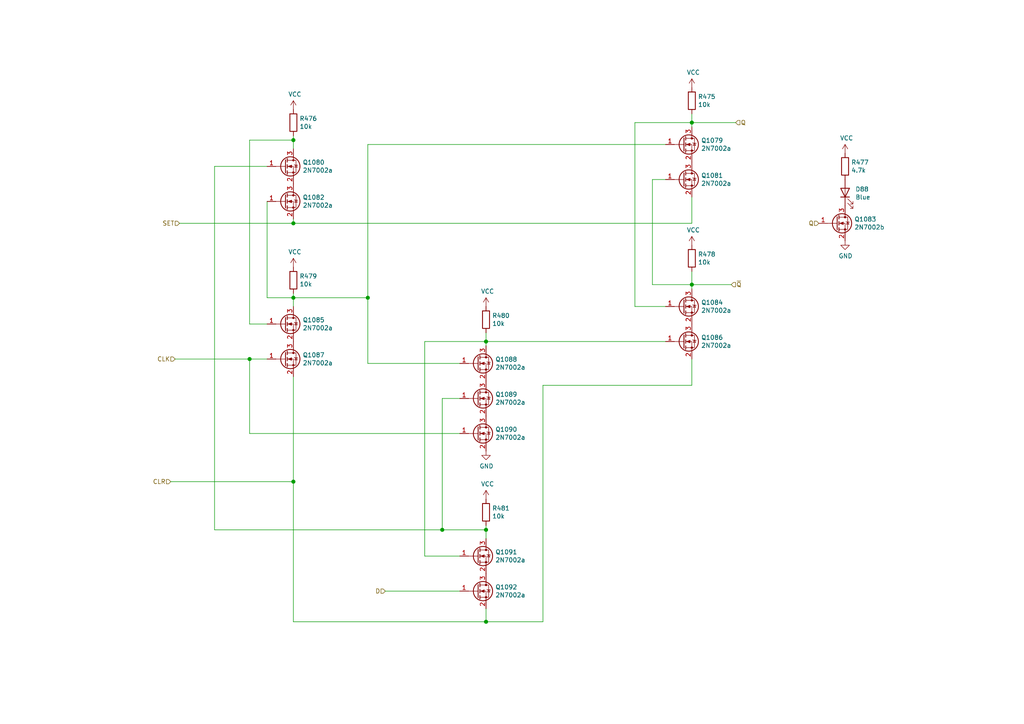
<source format=kicad_sch>
(kicad_sch (version 20210126) (generator eeschema)
  (paper "A4")
  (title_block (title "D Flip Flop") (date "2021-02-05") (rev "1") (company "joewing.net"))
  (lib_symbols
    (symbol "Device:LED" (pin_numbers hide) (pin_names (offset 1.016) hide)
      (property "Reference" "D" (at 0 2.54 0))
      (property "Value" "LED" (at 0 -2.54 0))
      (symbol "LED_0_1"
        (polyline (pts (xy -1.27 -1.27) (xy -1.27 1.27)) (stroke (width 0.254)))
        (polyline (pts (xy -1.27 0) (xy 1.27 0)))
        (polyline (pts (xy 1.27 -1.27) (xy 1.27 1.27) (xy -1.27 0) (xy 1.27 -1.27)) (stroke (width 0.254)))
        (polyline (pts (xy -3.048 -0.762) (xy -4.572 -2.286) (xy -3.81 -2.286) (xy -4.572 -2.286) (xy -4.572 -1.524)))
        (polyline (pts (xy -1.778 -0.762) (xy -3.302 -2.286) (xy -2.54 -2.286) (xy -3.302 -2.286) (xy -3.302 -1.524)))
      )
      (symbol "LED_1_1"
        (pin passive line (at -3.81 0 0) (length 2.54) (name "K") (number "1"))
        (pin passive line (at 3.81 0 180) (length 2.54) (name "A") (number "2"))
      )
    )
    (symbol "Device:R" (pin_numbers hide) (pin_names (offset 0))
      (property "Reference" "R" (at 2.032 0 90))
      (property "Value" "R" (at 0 0 90))
      (symbol "R_0_1"
        (rectangle (start -1.016 -2.54) (end 1.016 2.54) (stroke (width 0.254)))
      )
      (symbol "R_1_1"
        (pin passive line (at 0 3.81 270) (length 1.27) (name "~") (number "1"))
        (pin passive line (at 0 -3.81 90) (length 1.27) (name "~") (number "2"))
      )
    )
    (symbol "Transistor_FET:2N7002" (pin_names hide)
      (property "Reference" "Q" (at 5.08 1.905 0))
      (property "Value" "2N7002" (at 5.08 0 0))
      (symbol "2N7002_0_1"
        (circle (center 1.651 0) (radius 2.794) (stroke (width 0.254)))
        (circle (center 2.54 -1.778) (radius 0.254) (fill (type outline)))
        (circle (center 2.54 1.778) (radius 0.254) (fill (type outline)))
        (polyline (pts (xy 0.254 0) (xy -2.54 0)))
        (polyline (pts (xy 0.254 1.905) (xy 0.254 -1.905)) (stroke (width 0.254)))
        (polyline (pts (xy 0.762 -1.27) (xy 0.762 -2.286)) (stroke (width 0.254)))
        (polyline (pts (xy 0.762 0.508) (xy 0.762 -0.508)) (stroke (width 0.254)))
        (polyline (pts (xy 0.762 2.286) (xy 0.762 1.27)) (stroke (width 0.254)))
        (polyline (pts (xy 2.54 2.54) (xy 2.54 1.778)))
        (polyline (pts (xy 2.54 -2.54) (xy 2.54 0) (xy 0.762 0)))
        (polyline (pts (xy 0.762 -1.778) (xy 3.302 -1.778) (xy 3.302 1.778) (xy 0.762 1.778)))
        (polyline (pts (xy 1.016 0) (xy 2.032 0.381) (xy 2.032 -0.381) (xy 1.016 0)) (fill (type outline)))
        (polyline (pts (xy 2.794 0.508) (xy 2.921 0.381) (xy 3.683 0.381) (xy 3.81 0.254)))
        (polyline (pts (xy 3.302 0.381) (xy 2.921 -0.254) (xy 3.683 -0.254) (xy 3.302 0.381)))
      )
      (symbol "2N7002_1_1"
        (pin input line (at -5.08 0 0) (length 2.54) (name "G") (number "1"))
        (pin passive line (at 2.54 -5.08 90) (length 2.54) (name "S") (number "2"))
        (pin passive line (at 2.54 5.08 270) (length 2.54) (name "D") (number "3"))
      )
    )
    (symbol "power:GND" (power) (pin_names (offset 0))
      (property "Value" "GND" (at 0 -3.81 0))
      (symbol "GND_0_1"
        (polyline (pts (xy 0 0) (xy 0 -1.27) (xy 1.27 -1.27) (xy 0 -2.54) (xy -1.27 -1.27) (xy 0 -1.27)))
      )
      (symbol "GND_1_1"
        (pin power_in line (at 0 0 270) (length 0) hide (name "GND") (number "1"))
      )
    )
    (symbol "power:VCC" (power) (pin_names (offset 0))
      (property "Value" "VCC" (at 0 3.81 0))
      (symbol "VCC_0_1"
        (polyline (pts (xy -0.762 1.27) (xy 0 2.54)))
        (polyline (pts (xy 0 0) (xy 0 2.54)))
        (polyline (pts (xy 0 2.54) (xy 0.762 1.27)))
      )
      (symbol "VCC_1_1"
        (pin power_in line (at 0 0 90) (length 0) hide (name "VCC") (number "1"))
      )
    )
  )
  (junction (at 72.39 104.14) (diameter 1.016))
  (junction (at 85.09 40.64) (diameter 1.016))
  (junction (at 85.09 64.77) (diameter 1.016))
  (junction (at 85.09 86.36) (diameter 1.016))
  (junction (at 85.09 139.7) (diameter 1.016))
  (junction (at 106.68 86.36) (diameter 1.016))
  (junction (at 128.27 153.67) (diameter 1.016))
  (junction (at 140.97 99.06) (diameter 1.016))
  (junction (at 140.97 153.67) (diameter 1.016))
  (junction (at 140.97 180.34) (diameter 1.016))
  (junction (at 200.66 35.56) (diameter 1.016))
  (junction (at 200.66 82.55) (diameter 1.016))
  (wire (pts (xy 49.53 139.7) (xy 85.09 139.7)))
  (wire (pts (xy 50.8 104.14) (xy 72.39 104.14)))
  (wire (pts (xy 52.07 64.77) (xy 85.09 64.77)))
  (wire (pts (xy 62.23 48.26) (xy 62.23 153.67)))
  (wire (pts (xy 62.23 48.26) (xy 77.47 48.26)))
  (wire (pts (xy 62.23 153.67) (xy 128.27 153.67)))
  (wire (pts (xy 72.39 40.64) (xy 85.09 40.64)))
  (wire (pts (xy 72.39 93.98) (xy 72.39 40.64)))
  (wire (pts (xy 72.39 104.14) (xy 72.39 125.73)))
  (wire (pts (xy 72.39 104.14) (xy 77.47 104.14)))
  (wire (pts (xy 72.39 125.73) (xy 133.35 125.73)))
  (wire (pts (xy 77.47 58.42) (xy 77.47 86.36)))
  (wire (pts (xy 77.47 86.36) (xy 85.09 86.36)))
  (wire (pts (xy 77.47 93.98) (xy 72.39 93.98)))
  (wire (pts (xy 85.09 39.37) (xy 85.09 40.64)))
  (wire (pts (xy 85.09 40.64) (xy 85.09 43.18)))
  (wire (pts (xy 85.09 64.77) (xy 85.09 63.5)))
  (wire (pts (xy 85.09 85.09) (xy 85.09 86.36)))
  (wire (pts (xy 85.09 86.36) (xy 85.09 88.9)))
  (wire (pts (xy 85.09 86.36) (xy 106.68 86.36)))
  (wire (pts (xy 85.09 139.7) (xy 85.09 109.22)))
  (wire (pts (xy 85.09 180.34) (xy 85.09 139.7)))
  (wire (pts (xy 106.68 41.91) (xy 106.68 86.36)))
  (wire (pts (xy 106.68 41.91) (xy 193.04 41.91)))
  (wire (pts (xy 106.68 86.36) (xy 106.68 105.41)))
  (wire (pts (xy 106.68 105.41) (xy 133.35 105.41)))
  (wire (pts (xy 111.76 171.45) (xy 133.35 171.45)))
  (wire (pts (xy 123.19 99.06) (xy 140.97 99.06)))
  (wire (pts (xy 123.19 161.29) (xy 123.19 99.06)))
  (wire (pts (xy 128.27 115.57) (xy 128.27 153.67)))
  (wire (pts (xy 128.27 153.67) (xy 140.97 153.67)))
  (wire (pts (xy 133.35 115.57) (xy 128.27 115.57)))
  (wire (pts (xy 133.35 161.29) (xy 123.19 161.29)))
  (wire (pts (xy 140.97 96.52) (xy 140.97 99.06)))
  (wire (pts (xy 140.97 99.06) (xy 140.97 100.33)))
  (wire (pts (xy 140.97 99.06) (xy 193.04 99.06)))
  (wire (pts (xy 140.97 152.4) (xy 140.97 153.67)))
  (wire (pts (xy 140.97 153.67) (xy 140.97 156.21)))
  (wire (pts (xy 140.97 176.53) (xy 140.97 180.34)))
  (wire (pts (xy 140.97 180.34) (xy 85.09 180.34)))
  (wire (pts (xy 157.48 111.76) (xy 157.48 180.34)))
  (wire (pts (xy 157.48 180.34) (xy 140.97 180.34)))
  (wire (pts (xy 184.15 35.56) (xy 200.66 35.56)))
  (wire (pts (xy 184.15 88.9) (xy 184.15 35.56)))
  (wire (pts (xy 189.23 52.07) (xy 189.23 82.55)))
  (wire (pts (xy 189.23 82.55) (xy 200.66 82.55)))
  (wire (pts (xy 193.04 52.07) (xy 189.23 52.07)))
  (wire (pts (xy 193.04 88.9) (xy 184.15 88.9)))
  (wire (pts (xy 200.66 33.02) (xy 200.66 35.56)))
  (wire (pts (xy 200.66 35.56) (xy 200.66 36.83)))
  (wire (pts (xy 200.66 35.56) (xy 213.36 35.56)))
  (wire (pts (xy 200.66 57.15) (xy 200.66 64.77)))
  (wire (pts (xy 200.66 64.77) (xy 85.09 64.77)))
  (wire (pts (xy 200.66 78.74) (xy 200.66 82.55)))
  (wire (pts (xy 200.66 82.55) (xy 200.66 83.82)))
  (wire (pts (xy 200.66 82.55) (xy 212.09 82.55)))
  (wire (pts (xy 200.66 104.14) (xy 200.66 111.76)))
  (wire (pts (xy 200.66 111.76) (xy 157.48 111.76)))
  (hierarchical_label "CLR" (shape input) (at 49.53 139.7 180))
  (hierarchical_label "CLK" (shape input) (at 50.8 104.14 180))
  (hierarchical_label "SET" (shape input) (at 52.07 64.77 180))
  (hierarchical_label "D" (shape input) (at 111.76 171.45 180))
  (hierarchical_label "~Q" (shape input) (at 212.09 82.55 0))
  (hierarchical_label "Q" (shape input) (at 213.36 35.56 0))
  (hierarchical_label "Q" (shape input) (at 237.49 64.77 180))
  (symbol (lib_id "power:VCC") (at 85.09 31.75 0)
    (property "Reference" "#PWR0965" (effects hide))
    (property "Value" "VCC" (at 85.5218 27.3558 0))
  )
  (symbol (lib_id "power:VCC") (at 85.09 77.47 0)
    (property "Reference" "#PWR0969" (effects hide))
    (property "Value" "VCC" (at 85.5218 73.0758 0))
  )
  (symbol (lib_id "power:VCC") (at 140.97 88.9 0)
    (property "Reference" "#PWR0970" (effects hide))
    (property "Value" "VCC" (at 141.4018 84.5058 0))
  )
  (symbol (lib_id "power:VCC") (at 140.97 144.78 0)
    (property "Reference" "#PWR0972" (effects hide))
    (property "Value" "VCC" (at 141.4018 140.3858 0))
  )
  (symbol (lib_id "power:VCC") (at 200.66 25.4 0)
    (property "Reference" "#PWR0964" (effects hide))
    (property "Value" "VCC" (at 201.0918 21.0058 0))
  )
  (symbol (lib_id "power:VCC") (at 200.66 71.12 0)
    (property "Reference" "#PWR0968" (effects hide))
    (property "Value" "VCC" (at 201.0918 66.7258 0))
  )
  (symbol (lib_id "power:VCC") (at 245.11 44.45 0)
    (property "Reference" "#PWR0966" (effects hide))
    (property "Value" "VCC" (at 245.5418 40.0558 0))
  )
  (symbol (lib_id "power:GND") (at 140.97 130.81 0)
    (property "Reference" "#PWR0971" (effects hide))
    (property "Value" "GND" (at 141.097 135.2042 0))
  )
  (symbol (lib_id "power:GND") (at 245.11 69.85 0)
    (property "Reference" "#PWR0967" (effects hide))
    (property "Value" "GND" (at 245.237 74.2442 0))
  )
  (symbol (lib_id "Device:R") (at 85.09 35.56 0)
    (property "Reference" "R476" (at 86.868 34.3916 0) (effects (justify left)))
    (property "Value" "10k" (at 86.868 36.703 0) (effects (justify left)))
    (property "Footprint" "Resistor_SMD:R_0805_2012Metric" (effects hide))
    (property "LCSC" "C17414" (effects hide))
  )
  (symbol (lib_id "Device:R") (at 85.09 81.28 0)
    (property "Reference" "R479" (at 86.868 80.1116 0) (effects (justify left)))
    (property "Value" "10k" (at 86.868 82.423 0) (effects (justify left)))
    (property "Footprint" "Resistor_SMD:R_0805_2012Metric" (effects hide))
    (property "LCSC" "C17414" (effects hide))
  )
  (symbol (lib_id "Device:R") (at 140.97 92.71 0)
    (property "Reference" "R480" (at 142.748 91.5416 0) (effects (justify left)))
    (property "Value" "10k" (at 142.748 93.853 0) (effects (justify left)))
    (property "Footprint" "Resistor_SMD:R_0805_2012Metric" (effects hide))
    (property "LCSC" "C17414" (effects hide))
  )
  (symbol (lib_id "Device:R") (at 140.97 148.59 0)
    (property "Reference" "R481" (at 142.748 147.4216 0) (effects (justify left)))
    (property "Value" "10k" (at 142.748 149.733 0) (effects (justify left)))
    (property "Footprint" "Resistor_SMD:R_0805_2012Metric" (effects hide))
    (property "LCSC" "C17414" (effects hide))
  )
  (symbol (lib_id "Device:R") (at 200.66 29.21 0)
    (property "Reference" "R475" (at 202.438 28.0416 0) (effects (justify left)))
    (property "Value" "10k" (at 202.438 30.353 0) (effects (justify left)))
    (property "Footprint" "Resistor_SMD:R_0805_2012Metric" (effects hide))
    (property "LCSC" "C17414" (effects hide))
  )
  (symbol (lib_id "Device:R") (at 200.66 74.93 0)
    (property "Reference" "R478" (at 202.438 73.7616 0) (effects (justify left)))
    (property "Value" "10k" (at 202.438 76.073 0) (effects (justify left)))
    (property "Footprint" "Resistor_SMD:R_0805_2012Metric" (effects hide))
    (property "LCSC" "C17414" (effects hide))
  )
  (symbol (lib_id "Device:R") (at 245.11 48.26 0)
    (property "Reference" "R477" (at 246.888 47.0916 0) (effects (justify left)))
    (property "Value" "4.7k" (at 246.888 49.403 0) (effects (justify left)))
    (property "Footprint" "Resistor_SMD:R_0805_2012Metric" (effects hide))
    (property "LCSC" "C17673" (effects hide))
  )
  (symbol (lib_id "Device:LED") (at 245.11 55.88 90)
    (property "Reference" "D88" (at 248.0818 54.8894 90) (effects (justify right)))
    (property "Value" "Blue" (at 248.0818 57.2008 90) (effects (justify right)))
    (property "Footprint" "LED_SMD:LED_0805_2012Metric" (effects hide))
    (property "LCSC" "C2293" (effects hide))
  )
  (symbol (lib_id "Transistor_FET:2N7002") (at 82.55 48.26 0)
    (property "Reference" "Q1080" (at 87.7824 47.0916 0) (effects (justify left)))
    (property "Value" "2N7002a" (at 87.7824 49.403 0) (effects (justify left)))
    (property "Footprint" "Package_TO_SOT_SMD:SOT-23" (effects hide))
    (property "Datasheet" "https://www.fairchildsemi.com/datasheets/2N/2N7002.pdf" (effects hide))
    (property "LCSC" "C8545" (effects hide))
  )
  (symbol (lib_id "Transistor_FET:2N7002") (at 82.55 58.42 0)
    (property "Reference" "Q1082" (at 87.7824 57.2516 0) (effects (justify left)))
    (property "Value" "2N7002a" (at 87.7824 59.563 0) (effects (justify left)))
    (property "Footprint" "Package_TO_SOT_SMD:SOT-23" (effects hide))
    (property "Datasheet" "https://www.fairchildsemi.com/datasheets/2N/2N7002.pdf" (effects hide))
    (property "LCSC" "C8545" (effects hide))
  )
  (symbol (lib_id "Transistor_FET:2N7002") (at 82.55 93.98 0)
    (property "Reference" "Q1085" (at 87.7824 92.8116 0) (effects (justify left)))
    (property "Value" "2N7002a" (at 87.7824 95.123 0) (effects (justify left)))
    (property "Footprint" "Package_TO_SOT_SMD:SOT-23" (effects hide))
    (property "Datasheet" "https://www.fairchildsemi.com/datasheets/2N/2N7002.pdf" (effects hide))
    (property "LCSC" "C8545" (effects hide))
  )
  (symbol (lib_id "Transistor_FET:2N7002") (at 82.55 104.14 0)
    (property "Reference" "Q1087" (at 87.7824 102.9716 0) (effects (justify left)))
    (property "Value" "2N7002a" (at 87.7824 105.283 0) (effects (justify left)))
    (property "Footprint" "Package_TO_SOT_SMD:SOT-23" (effects hide))
    (property "Datasheet" "https://www.fairchildsemi.com/datasheets/2N/2N7002.pdf" (effects hide))
    (property "LCSC" "C8545" (effects hide))
  )
  (symbol (lib_id "Transistor_FET:2N7002") (at 138.43 105.41 0)
    (property "Reference" "Q1088" (at 143.6624 104.2416 0) (effects (justify left)))
    (property "Value" "2N7002a" (at 143.6624 106.553 0) (effects (justify left)))
    (property "Footprint" "Package_TO_SOT_SMD:SOT-23" (effects hide))
    (property "Datasheet" "https://www.fairchildsemi.com/datasheets/2N/2N7002.pdf" (effects hide))
    (property "LCSC" "C8545" (effects hide))
  )
  (symbol (lib_id "Transistor_FET:2N7002") (at 138.43 115.57 0)
    (property "Reference" "Q1089" (at 143.6624 114.4016 0) (effects (justify left)))
    (property "Value" "2N7002a" (at 143.6624 116.713 0) (effects (justify left)))
    (property "Footprint" "Package_TO_SOT_SMD:SOT-23" (effects hide))
    (property "Datasheet" "https://www.fairchildsemi.com/datasheets/2N/2N7002.pdf" (effects hide))
    (property "LCSC" "C8545" (effects hide))
  )
  (symbol (lib_id "Transistor_FET:2N7002") (at 138.43 125.73 0)
    (property "Reference" "Q1090" (at 143.6624 124.5616 0) (effects (justify left)))
    (property "Value" "2N7002a" (at 143.6624 126.873 0) (effects (justify left)))
    (property "Footprint" "Package_TO_SOT_SMD:SOT-23" (effects hide))
    (property "Datasheet" "https://www.fairchildsemi.com/datasheets/2N/2N7002.pdf" (effects hide))
    (property "LCSC" "C8545" (effects hide))
  )
  (symbol (lib_id "Transistor_FET:2N7002") (at 138.43 161.29 0)
    (property "Reference" "Q1091" (at 143.6624 160.1216 0) (effects (justify left)))
    (property "Value" "2N7002a" (at 143.6624 162.433 0) (effects (justify left)))
    (property "Footprint" "Package_TO_SOT_SMD:SOT-23" (effects hide))
    (property "Datasheet" "https://www.fairchildsemi.com/datasheets/2N/2N7002.pdf" (effects hide))
    (property "LCSC" "C8545" (effects hide))
  )
  (symbol (lib_id "Transistor_FET:2N7002") (at 138.43 171.45 0)
    (property "Reference" "Q1092" (at 143.6624 170.2816 0) (effects (justify left)))
    (property "Value" "2N7002a" (at 143.6624 172.593 0) (effects (justify left)))
    (property "Footprint" "Package_TO_SOT_SMD:SOT-23" (effects hide))
    (property "Datasheet" "https://www.fairchildsemi.com/datasheets/2N/2N7002.pdf" (effects hide))
    (property "LCSC" "C8545" (effects hide))
  )
  (symbol (lib_id "Transistor_FET:2N7002") (at 198.12 41.91 0)
    (property "Reference" "Q1079" (at 203.3524 40.7416 0) (effects (justify left)))
    (property "Value" "2N7002a" (at 203.3524 43.053 0) (effects (justify left)))
    (property "Footprint" "Package_TO_SOT_SMD:SOT-23" (effects hide))
    (property "Datasheet" "https://www.fairchildsemi.com/datasheets/2N/2N7002.pdf" (effects hide))
    (property "LCSC" "C8545" (effects hide))
  )
  (symbol (lib_id "Transistor_FET:2N7002") (at 198.12 52.07 0)
    (property "Reference" "Q1081" (at 203.3524 50.9016 0) (effects (justify left)))
    (property "Value" "2N7002a" (at 203.3524 53.213 0) (effects (justify left)))
    (property "Footprint" "Package_TO_SOT_SMD:SOT-23" (effects hide))
    (property "Datasheet" "https://www.fairchildsemi.com/datasheets/2N/2N7002.pdf" (effects hide))
    (property "LCSC" "C8545" (effects hide))
  )
  (symbol (lib_id "Transistor_FET:2N7002") (at 198.12 88.9 0)
    (property "Reference" "Q1084" (at 203.3524 87.7316 0) (effects (justify left)))
    (property "Value" "2N7002a" (at 203.3524 90.043 0) (effects (justify left)))
    (property "Footprint" "Package_TO_SOT_SMD:SOT-23" (effects hide))
    (property "Datasheet" "https://www.fairchildsemi.com/datasheets/2N/2N7002.pdf" (effects hide))
    (property "LCSC" "C8545" (effects hide))
  )
  (symbol (lib_id "Transistor_FET:2N7002") (at 198.12 99.06 0)
    (property "Reference" "Q1086" (at 203.3524 97.8916 0) (effects (justify left)))
    (property "Value" "2N7002a" (at 203.3524 100.203 0) (effects (justify left)))
    (property "Footprint" "Package_TO_SOT_SMD:SOT-23" (effects hide))
    (property "Datasheet" "https://www.fairchildsemi.com/datasheets/2N/2N7002.pdf" (effects hide))
    (property "LCSC" "C8545" (effects hide))
  )
  (symbol (lib_id "Transistor_FET:2N7002") (at 242.57 64.77 0)
    (property "Reference" "Q1083" (at 247.8024 63.6016 0) (effects (justify left)))
    (property "Value" "2N7002b" (at 247.802 65.913 0) (effects (justify left)))
    (property "Footprint" "Package_TO_SOT_SMD:SOT-23" (effects hide))
    (property "Datasheet" "https://www.fairchildsemi.com/datasheets/2N/2N7002.pdf" (effects hide))
    (property "LCSC" "C8545" (effects hide))
  )
)
</source>
